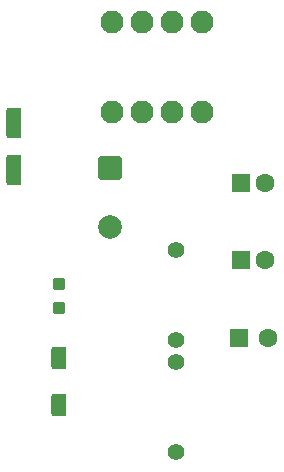
<source format=gbr>
%TF.GenerationSoftware,KiCad,Pcbnew,9.0.6*%
%TF.CreationDate,2025-12-11T22:01:46+06:00*%
%TF.ProjectId,low power audio amp,6c6f7720-706f-4776-9572-20617564696f,rev?*%
%TF.SameCoordinates,Original*%
%TF.FileFunction,Soldermask,Top*%
%TF.FilePolarity,Negative*%
%FSLAX46Y46*%
G04 Gerber Fmt 4.6, Leading zero omitted, Abs format (unit mm)*
G04 Created by KiCad (PCBNEW 9.0.6) date 2025-12-11 22:01:46*
%MOMM*%
%LPD*%
G01*
G04 APERTURE LIST*
G04 Aperture macros list*
%AMRoundRect*
0 Rectangle with rounded corners*
0 $1 Rounding radius*
0 $2 $3 $4 $5 $6 $7 $8 $9 X,Y pos of 4 corners*
0 Add a 4 corners polygon primitive as box body*
4,1,4,$2,$3,$4,$5,$6,$7,$8,$9,$2,$3,0*
0 Add four circle primitives for the rounded corners*
1,1,$1+$1,$2,$3*
1,1,$1+$1,$4,$5*
1,1,$1+$1,$6,$7*
1,1,$1+$1,$8,$9*
0 Add four rect primitives between the rounded corners*
20,1,$1+$1,$2,$3,$4,$5,0*
20,1,$1+$1,$4,$5,$6,$7,0*
20,1,$1+$1,$6,$7,$8,$9,0*
20,1,$1+$1,$8,$9,$2,$3,0*%
G04 Aperture macros list end*
%ADD10RoundRect,0.190500X-0.444500X1.079500X-0.444500X-1.079500X0.444500X-1.079500X0.444500X1.079500X0*%
%ADD11C,1.931200*%
%ADD12RoundRect,0.250000X-0.550000X-0.550000X0.550000X-0.550000X0.550000X0.550000X-0.550000X0.550000X0*%
%ADD13C,1.600000*%
%ADD14RoundRect,0.190500X0.444500X-0.762000X0.444500X0.762000X-0.444500X0.762000X-0.444500X-0.762000X0*%
%ADD15RoundRect,0.250000X-0.750000X0.750000X-0.750000X-0.750000X0.750000X-0.750000X0.750000X0.750000X0*%
%ADD16C,2.000000*%
%ADD17RoundRect,0.150000X0.350000X-0.350000X0.350000X0.350000X-0.350000X0.350000X-0.350000X-0.350000X0*%
%ADD18C,1.400000*%
G04 APERTURE END LIST*
D10*
%TO.C,U3*%
X58420000Y-58357000D03*
X58420000Y-62357000D03*
%TD*%
D11*
%TO.C,U1*%
X66675000Y-57404000D03*
X69215000Y-57404000D03*
X71755000Y-57404000D03*
X74295000Y-57404000D03*
X74295000Y-49784000D03*
X71755000Y-49784000D03*
X69215000Y-49784000D03*
X66675000Y-49784000D03*
%TD*%
D12*
%TO.C,C3*%
X77407888Y-76527000D03*
D13*
X79907888Y-76527000D03*
%TD*%
D14*
%TO.C,U2*%
X62230000Y-82232000D03*
X62230000Y-78232000D03*
%TD*%
D12*
%TO.C,C2*%
X77657888Y-69977000D03*
D13*
X79657888Y-69977000D03*
%TD*%
D15*
%TO.C,C4*%
X66548000Y-62148323D03*
D16*
X66548000Y-67148323D03*
%TD*%
D17*
%TO.C,LS1*%
X62203000Y-73993000D03*
X62203000Y-71993000D03*
%TD*%
D18*
%TO.C,R2*%
X72136000Y-69056000D03*
X72136000Y-76676000D03*
%TD*%
%TO.C,R1*%
X72136000Y-86233000D03*
X72136000Y-78613000D03*
%TD*%
D12*
%TO.C,C1*%
X77657888Y-63427000D03*
D13*
X79657888Y-63427000D03*
%TD*%
M02*

</source>
